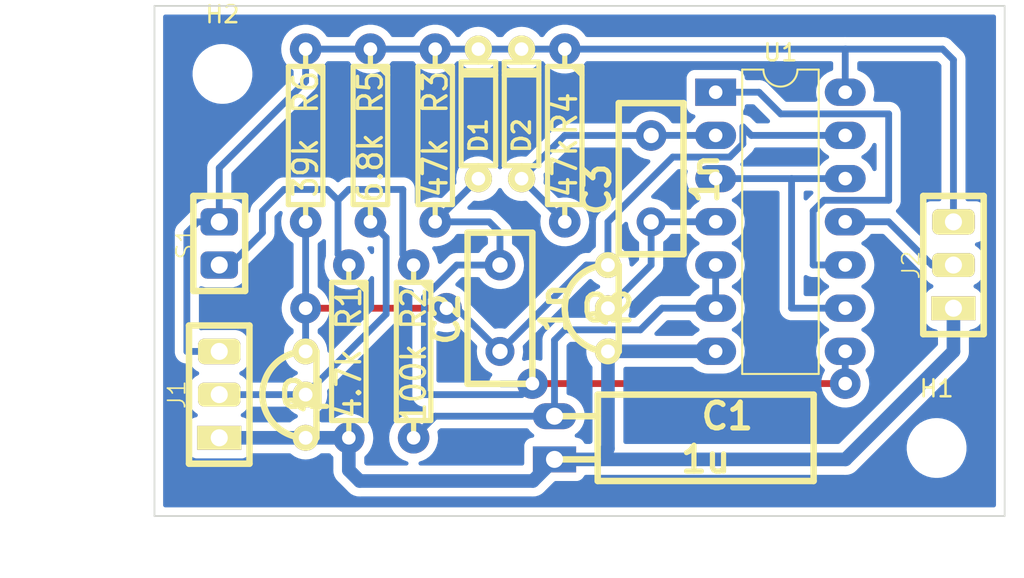
<source format=kicad_pcb>
(kicad_pcb (version 20211014) (generator pcbnew)
  (layers (0 "F.Cu" signal) (31 "B.Cu" signal) (34 "B.Paste" user) (35 "F.Paste" user) (36 "B.SilkS" user "B.Silkscreen") (37 "F.SilkS" user "F.Silkscreen") (38 "B.Mask" user) (39 "F.Mask" user) (44 "Edge.Cuts" user))
  (net 0 "")
  (net 1 "GND")
  (net 2 "Net-(C1-Pad2)")
  (net 3 "Net-(C2-Pad1)")
  (net 4 "Net-(C2-Pad2)")
  (net 5 "Net-(U1-Pad4)")
  (net 6 "+5V")
  (net 7 "Net-(J2-Pad2)")
  (net 8 "Net-(R1-Pad1)")
  (net 9 "Net-(J1-Pad2)")
  (net 10 "Net-(U1-Pad10)")
  (net 11 "Net-(U1-Pad3)")
  (net 12 "Net-(C3-Pad2)")
  (footprint "RG:C2-2" (layer "F.Cu") (at 29.21 10.16 90)
    (fp_text reference "C3" (at -0.635 -3.175 90) (layer "F.SilkS") (effects (font (size 1.524 1.524) (thickness 0.3048))))
    (fp_text value "1n" (at 0 3.175 90) (layer "F.SilkS") (effects (font (size 1.524 1.524) (thickness 0.3048))))
    (fp_line (start -4.445 -1.905) (end 4.445 -1.905) (layer "F.SilkS") (width 0.381))
    (fp_line (start 4.445 1.905) (end -4.445 1.905) (layer "F.SilkS") (width 0.381))
    (fp_line (start -4.445 1.905) (end -4.445 -1.905) (layer "F.SilkS") (width 0.381))
    (fp_line (start 4.445 -1.905) (end 4.445 1.905) (layer "F.SilkS") (width 0.381))
    (pad "1" thru_hole circle (at -2.54 0 90) (size 1.7 1.7) (drill 0.9) (layers *.Cu *.Mask) (net 5 "Net-(U1-Pad4)"))
    (pad "2" thru_hole circle (at 2.54 0 90) (size 1.8 1.8) (drill 0.9) (layers *.Cu *.Mask) (net 12 "Net-(C3-Pad2)"))
  )
  (footprint "RG:FETsgd_inline" (layer "F.Cu") (at 8.89 22.86 180)
    (fp_text reference "Q1" (at 0 0) (layer "F.SilkS") (effects (font (size 1.524 1.524) (thickness 0.3048))))
    (fp_text value "2N7000" hide)
    (fp_line (start -0.635 2.54) (end 0 2.54) (layer "F.SilkS") (width 0.381))
    (fp_line (start -0.635 -2.54) (end -0.635 2.54) (layer "F.SilkS") (width 0.381))
    (fp_line (start 0 -2.54) (end -0.635 -2.54) (layer "F.SilkS") (width 0.381))
    (fp_arc (start 0 -2.54) (mid 1.796051 -1.796051) (end 2.54 0) (layer "F.SilkS") (width 0.381))
    (fp_arc (start 2.54 0) (mid 1.796051 1.796051) (end 0 2.54) (layer "F.SilkS") (width 0.381))
    (pad "D" thru_hole circle locked (at 0 2.54 180) (size 1.524 1.524) (drill 0.8128) (layers *.Cu *.Mask "F.SilkS") (net 3 "Net-(C2-Pad1)"))
    (pad "G" thru_hole circle locked (at 0 0 180) (size 1.524 1.524) (drill 0.8128) (layers *.Cu *.Mask "F.SilkS") (net 9 "Net-(J1-Pad2)"))
    (pad "S" thru_hole circle locked (at 0 -2.54 180) (size 1.524 1.524) (drill 0.8128) (layers *.Cu *.Mask "F.SilkS") (net 1 "GND"))
  )
  (footprint "RG:R4-2" (layer "F.Cu") (at 15.24 20.32 -90)
    (fp_text reference "R2" (at -2.54 0 90) (layer "F.SilkS") (effects (font (size 1.397 1.27) (thickness 0.2032))))
    (fp_text value "100k" (at 1.905 0 90) (layer "F.SilkS") (effects (font (size 1.397 1.27) (thickness 0.2032))))
    (fp_line (start -4.064 1.016) (end -4.064 0) (layer "F.SilkS") (width 0.3048))
    (fp_line (start -4.064 -1.016) (end 4.064 -1.016) (layer "F.SilkS") (width 0.3048))
    (fp_line (start 5.08 0) (end 4.064 0) (layer "F.SilkS") (width 0.3048))
    (fp_line (start 4.064 1.016) (end -4.064 1.016) (layer "F.SilkS") (width 0.3048))
    (fp_line (start -5.08 0) (end -4.064 0) (layer "F.SilkS") (width 0.3048))
    (fp_line (start 4.064 -1.016) (end 4.064 1.016) (layer "F.SilkS") (width 0.3048))
    (fp_line (start -4.064 0) (end -4.064 -1.016) (layer "F.SilkS") (width 0.3048))
    (fp_line (start -4.064 -0.508) (end -3.556 -1.016) (layer "F.SilkS") (width 0.3048))
    (pad "1" thru_hole circle locked (at -5.08 0 270) (size 1.85 1.85) (drill 0.8) (layers *.Cu *.Mask) (net 8 "Net-(R1-Pad1)"))
    (pad "2" thru_hole circle locked (at 5.08 0 270) (size 1.85 1.85) (drill 0.8) (layers *.Cu *.Mask) (net 2 "Net-(C1-Pad2)"))
  )
  (footprint "MountingHole:MountingHole_2.5mm" (layer "F.Cu") (at 46 26)
    (fp_text reference "H1" (at 0 -3.5) (layer "F.SilkS"))
    (fp_text value "MountingHole")
    (pad "" np_thru_hole circle locked (at 0 0) (size 2.5 2.5) (drill 2.5) (layers *.Cu *.Mask))
  )
  (footprint "RG:Pins_2" (layer "F.Cu") (at 3.81 13.97 -90)
    (fp_text reference "S1" (at 0 2 90) (layer "F.SilkS") (effects (font (size 1.00076 1.00076) (thickness 0.09906))))
    (fp_text value "TASTER" hide)
    (fp_line (start 2.794 -1.524) (end 2.794 1.524) (layer "F.SilkS") (width 0.381))
    (fp_line (start 2.794 1.524) (end -2.794 1.524) (layer "F.SilkS") (width 0.381))
    (fp_line (start -2.794 -1.524) (end 2.794 -1.524) (layer "F.SilkS") (width 0.381))
    (fp_line (start -2.794 1.524) (end -2.794 -1.524) (layer "F.SilkS") (width 0.381))
    (pad "1" thru_hole roundrect (at -1.27 0 270) (size 1.6 2.2) (drill 1.00076) (layers *.Cu *.Mask) (net 6 "+5V"))
    (pad "2" thru_hole roundrect (at 1.27 0 270) (size 1.6 2.2) (drill 1.00076) (layers *.Cu *.Mask) (net 8 "Net-(R1-Pad1)"))
  )
  (footprint "MountingHole:MountingHole_2.5mm" (layer "F.Cu") (at 4 4)
    (fp_text reference "H2" (at 0 -3.5) (layer "F.SilkS"))
    (fp_text value "MountingHole")
    (pad "" np_thru_hole circle (at 0 0) (size 2.5 2.5) (drill 2.5) (layers *.Cu *.Mask))
  )
  (footprint "RG:DIP-14_W7.62mm_LongPads" (layer "F.Cu") (at 33.005 5.075)
    (fp_text reference "U1" (at 3.81 -2.33) (layer "F.SilkS"))
    (fp_text value "4093")
    (fp_line (start 1.56 -1.33) (end 1.56 16.57) (layer "F.SilkS") (width 0.12))
    (fp_line (start 6.06 -1.33) (end 4.81 -1.33) (layer "F.SilkS") (width 0.12))
    (fp_line (start 2.81 -1.33) (end 1.56 -1.33) (layer "F.SilkS") (width 0.12))
    (fp_line (start 1.56 16.57) (end 6.06 16.57) (layer "F.SilkS") (width 0.12))
    (fp_line (start 6.06 16.57) (end 6.06 -1.33) (layer "F.SilkS") (width 0.12))
    (fp_arc (start 4.81 -1.33) (mid 3.81 -0.33) (end 2.81 -1.33) (layer "F.SilkS") (width 0.12))
    (pad "1" thru_hole rect locked (at 0 0) (size 2.4 1.6) (drill 0.8) (layers *.Cu *.Mask) (net 10 "Net-(U1-Pad10)"))
    (pad "2" thru_hole oval locked (at 0 2.54) (size 2.4 1.6) (drill 0.8) (layers *.Cu *.Mask) (net 12 "Net-(C3-Pad2)"))
    (pad "3" thru_hole oval locked (at 0 5.08) (size 2.4 1.6) (drill 0.8) (layers *.Cu *.Mask) (net 11 "Net-(U1-Pad3)"))
    (pad "4" thru_hole oval locked (at 0 7.62) (size 2.4 1.6) (drill 0.8) (layers *.Cu *.Mask) (net 5 "Net-(U1-Pad4)"))
    (pad "5" thru_hole oval locked (at 0 10.16) (size 2.4 1.6) (drill 0.8) (layers *.Cu *.Mask) (net 2 "Net-(C1-Pad2)"))
    (pad "6" thru_hole oval locked (at 0 12.7) (size 2.4 1.6) (drill 0.8) (layers *.Cu *.Mask) (net 2 "Net-(C1-Pad2)"))
    (pad "7" thru_hole oval locked (at 0 15.24) (size 2.4 1.6) (drill 0.8) (layers *.Cu *.Mask) (net 1 "GND"))
    (pad "8" thru_hole oval locked (at 7.62 15.24) (size 2.4 1.6) (drill 0.8) (layers *.Cu *.Mask) (net 4 "Net-(C2-Pad2)"))
    (pad "9" thru_hole oval locked (at 7.62 12.7) (size 2.4 1.6) (drill 0.8) (layers *.Cu *.Mask) (net 11 "Net-(U1-Pad3)"))
    (pad "10" thru_hole oval locked (at 7.62 10.16) (size 2.4 1.6) (drill 0.8) (layers *.Cu *.Mask) (net 10 "Net-(U1-Pad10)"))
    (pad "11" thru_hole oval locked (at 7.62 7.62) (size 2.4 1.6) (drill 0.8) (layers *.Cu *.Mask) (net 7 "Net-(J2-Pad2)"))
    (pad "12" thru_hole oval locked (at 7.62 5.08) (size 2.4 1.6) (drill 0.8) (layers *.Cu *.Mask) (net 11 "Net-(U1-Pad3)"))
    (pad "13" thru_hole oval locked (at 7.62 2.54) (size 2.4 1.6) (drill 0.8) (layers *.Cu *.Mask) (net 3 "Net-(C2-Pad1)"))
    (pad "14" thru_hole oval locked (at 7.62 0) (size 2.4 1.6) (drill 0.8) (layers *.Cu *.Mask) (net 6 "+5V"))
  )
  (footprint "RG:Pins_3" (layer "F.Cu") (at 3.81 22.86 -90)
    (fp_text reference "J1" (at 0 2.5 90) (layer "F.SilkS") (effects (font (size 1.00076 1.00076) (thickness 0.09906))))
    (fp_text value "Conn_01x03_Male" hide)
    (fp_line (start 4.064 -1.778) (end 4.064 1.778) (layer "F.SilkS") (width 0.381))
    (fp_line (start -4.064 1.778) (end -4.064 -1.778) (layer "F.SilkS") (width 0.381))
    (fp_line (start 4.064 1.778) (end -4.064 1.778) (layer "F.SilkS") (width 0.381))
    (fp_line (start -4.064 -1.778) (end 4.064 -1.778) (layer "F.SilkS") (width 0.381))
    (pad "1" thru_hole roundrect locked (at -2.54 0 270) (size 1.5 2.5) (drill 1.00076) (layers *.Cu *.Mask "F.SilkS") (net 6 "+5V"))
    (pad "2" thru_hole roundrect locked (at 0 0 270) (size 1.4 2.5) (drill 1.00076) (layers *.Cu *.Mask "F.SilkS") (net 9 "Net-(J1-Pad2)"))
    (pad "3" thru_hole rect locked (at 2.54 0 270) (size 1.4 2.6) (drill 1.00076) (layers *.Cu *.Mask "F.SilkS") (net 1 "GND"))
  )
  (footprint "RG:R4-2" (layer "F.Cu") (at 24.13 7.62 -90)
    (fp_text reference "R4" (at -1.275 0 -90) (layer "F.SilkS") (effects (font (size 1.397 1.27) (thickness 0.2032))))
    (fp_text value "47k" (at 1.905 0 -90) (layer "F.SilkS") (effects (font (size 1.397 1.27) (thickness 0.2032))))
    (fp_line (start -4.064 1.016) (end -4.064 0) (layer "F.SilkS") (width 0.3048))
    (fp_line (start 4.064 1.016) (end -4.064 1.016) (layer "F.SilkS") (width 0.3048))
    (fp_line (start -5.08 0) (end -4.064 0) (layer "F.SilkS") (width 0.3048))
    (fp_line (start -4.064 -0.508) (end -3.556 -1.016) (layer "F.SilkS") (width 0.3048))
    (fp_line (start -4.064 -1.016) (end 4.064 -1.016) (layer "F.SilkS") (width 0.3048))
    (fp_line (start 5.08 0) (end 4.064 0) (layer "F.SilkS") (width 0.3048))
    (fp_line (start 4.064 -1.016) (end 4.064 1.016) (layer "F.SilkS") (width 0.3048))
    (fp_line (start -4.064 0) (end -4.064 -1.016) (layer "F.SilkS") (width 0.3048))
    (pad "1" thru_hole circle locked (at -5.08 0 270) (size 1.85 1.85) (drill 0.8) (layers *.Cu *.Mask) (net 6 "+5V"))
    (pad "2" thru_hole circle locked (at 5.08 0 270) (size 1.85 1.85) (drill 0.8) (layers *.Cu *.Mask) (net 12 "Net-(C3-Pad2)"))
  )
  (footprint "RG:D3" (layer "F.Cu") (at 19.05 7.62 90)
    (fp_text reference "D1" (at 0 0 90) (layer "F.SilkS") (effects (font (size 1.016 1.016) (thickness 0.2032))))
    (fp_text value "1N914" hide)
    (fp_line (start -1.778 -1.016) (end -1.778 0) (layer "F.SilkS") (width 0.3048))
    (fp_line (start 4.318 -1.016) (end -1.778 -1.016) (layer "F.SilkS") (width 0.3048))
    (fp_line (start 4.318 0) (end 4.318 -1.016) (layer "F.SilkS") (width 0.3048))
    (fp_line (start 3.81 -1.016) (end 3.81 1.016) (layer "F.SilkS") (width 0.3048))
    (fp_line (start 5.08 0) (end 4.318 0) (layer "F.SilkS") (width 0.3048))
    (fp_line (start -1.778 0) (end -2.54 0) (layer "F.SilkS") (width 0.3048))
    (fp_line (start 4.318 1.016) (end 4.318 0) (layer "F.SilkS") (width 0.3048))
    (fp_line (start -1.778 0) (end -1.778 1.016) (layer "F.SilkS") (width 0.3048))
    (fp_line (start 3.556 1.016) (end 3.556 -1.016) (layer "F.SilkS") (width 0.3048))
    (fp_line (start -1.778 1.016) (end 4.318 1.016) (layer "F.SilkS") (width 0.3048))
    (pad "1" thru_hole circle locked (at 5.08 0 90) (size 1.6 1.6) (drill 0.8) (layers *.Cu *.Mask "F.SilkS") (net 6 "+5V"))
    (pad "2" thru_hole circle locked (at -2.54 0 90) (size 1.6 1.6) (drill 0.8) (layers *.Cu *.Mask "F.SilkS") (net 4 "Net-(C2-Pad2)"))
  )
  (footprint "RG:FETsgd_inline" (layer "F.Cu") (at 26.67 17.78 180)
    (fp_text reference "Q2" (at 0 0) (layer "F.SilkS") (effects (font (size 1.524 1.524) (thickness 0.3048))))
    (fp_text value "2N7000" hide)
    (fp_line (start 0 -2.54) (end -0.635 -2.54) (layer "F.SilkS") (width 0.381))
    (fp_line (start -0.635 2.54) (end 0 2.54) (layer "F.SilkS") (width 0.381))
    (fp_line (start -0.635 -2.54) (end -0.635 2.54) (layer "F.SilkS") (width 0.381))
    (fp_arc (start 2.54 0) (mid 1.796051 1.796051) (end 0 2.54) (layer "F.SilkS") (width 0.381))
    (fp_arc (start 0 -2.54) (mid 1.796051 -1.796051) (end 2.54 0) (layer "F.SilkS") (width 0.381))
    (pad "D" thru_hole circle locked (at 0 2.54 180) (size 1.524 1.524) (drill 0.8128) (layers *.Cu *.Mask "F.SilkS") (net 3 "Net-(C2-Pad1)"))
    (pad "G" thru_hole circle locked (at 0 0 180) (size 1.524 1.524) (drill 0.8128) (layers *.Cu *.Mask "F.SilkS") (net 5 "Net-(U1-Pad4)"))
    (pad "S" thru_hole circle locked (at 0 -2.54 180) (size 1.524 1.524) (drill 0.8128) (layers *.Cu *.Mask "F.SilkS") (net 1 "GND"))
  )
  (footprint "RG:C2-2_liegend" (layer "F.Cu") (at 23.52675 25.4)
    (fp_text reference "C1" (at 10.16 -1.27) (layer "F.SilkS") (effects (font (size 1.524 1.524) (thickness 0.3048))))
    (fp_text value "1u" (at 8.89 1.27) (layer "F.SilkS") (effects (font (size 1.524 1.524) (thickness 0.3048))))
    (fp_line (start 0 1.27) (end 2.54 1.27) (layer "F.SilkS") (width 0.381))
    (fp_line (start 2.54 2.54) (end 15.24 2.54) (layer "F.SilkS") (width 0.381))
    (fp_line (start 2.54 -2.54) (end 2.54 2.54) (layer "F.SilkS") (width 0.381))
    (fp_line (start 15.24 2.54) (end 15.24 -2.54) (layer "F.SilkS") (width 0.381))
    (fp_line (start 15.24 -2.54) (end 2.54 -2.54) (layer "F.SilkS") (width 0.381))
    (fp_line (start 0 -1.27) (end 2.54 -1.27) (layer "F.SilkS") (width 0.381))
    (pad "1" thru_hole rect (at 0 1.27) (size 2.54 1.524) (drill 1) (layers *.Cu *.Mask) (net 1 "GND"))
    (pad "2" thru_hole oval (at 0 -1.27) (size 2.54 1.524) (drill 1) (layers *.Cu *.Mask) (net 2 "Net-(C1-Pad2)"))
  )
  (footprint "RG:C2-2" (layer "F.Cu") (at 20.32 17.78 90)
    (fp_text reference "C2" (at -0.635 -3.175 90) (layer "F.SilkS") (effects (font (size 1.524 1.524) (thickness 0.3048))))
    (fp_text value "1n" (at 0 3.175 90) (layer "F.SilkS") (effects (font (size 1.524 1.524) (thickness 0.3048))))
    (fp_line (start -4.445 -1.905) (end 4.445 -1.905) (layer "F.SilkS") (width 0.381))
    (fp_line (start 4.445 -1.905) (end 4.445 1.905) (layer "F.SilkS") (width 0.381))
    (fp_line (start 4.445 1.905) (end -4.445 1.905) (layer "F.SilkS") (width 0.381))
    (fp_line (start -4.445 1.905) (end -4.445 -1.905) (layer "F.SilkS") (width 0.381))
    (pad "1" thru_hole circle (at -2.54 0 90) (size 1.7 1.7) (drill 0.9) (layers *.Cu *.Mask) (net 3 "Net-(C2-Pad1)"))
    (pad "2" thru_hole circle (at 2.54 0 90) (size 1.8 1.8) (drill 0.9) (layers *.Cu *.Mask) (net 4 "Net-(C2-Pad2)"))
  )
  (footprint "RG:D3" (layer "F.Cu") (at 21.59 7.62 90)
    (fp_text reference "D2" (at 0 0 90) (layer "F.SilkS") (effects (font (size 1.016 1.016) (thickness 0.2032))))
    (fp_text value "1u" hide)
    (fp_line (start 5.08 0) (end 4.318 0) (layer "F.SilkS") (width 0.3048))
    (fp_line (start 3.556 1.016) (end 3.556 -1.016) (layer "F.SilkS") (width 0.3048))
    (fp_line (start 4.318 0) (end 4.318 -1.016) (layer "F.SilkS") (width 0.3048))
    (fp_line (start 3.81 -1.016) (end 3.81 1.016) (layer "F.SilkS") (width 0.3048))
    (fp_line (start 4.318 1.016) (end 4.318 0) (layer "F.SilkS") (width 0.3048))
    (fp_line (start -1.778 1.016) (end 4.318 1.016) (layer "F.SilkS") (width 0.3048))
    (fp_line (start -1.778 0) (end -1.778 1.016) (layer "F.SilkS") (width 0.3048))
    (fp_line (start -1.778 0) (end -2.54 0) (layer "F.SilkS") (width 0.3048))
    (fp_line (start 4.318 -1.016) (end -1.778 -1.016) (layer "F.SilkS") (width 0.3048))
    (fp_line (start -1.778 -1.016) (end -1.778 0) (layer "F.SilkS") (width 0.3048))
    (pad "1" thru_hole circle locked (at 5.08 0 90) (size 1.6 1.6) (drill 0.8) (layers *.Cu *.Mask "F.SilkS") (net 6 "+5V"))
    (pad "2" thru_hole circle locked (at -2.54 0 90) (size 1.6 1.6) (drill 0.8) (layers *.Cu *.Mask "F.SilkS") (net 12 "Net-(C3-Pad2)"))
  )
  (footprint "RG:R4-2" (layer "F.Cu") (at 12.7 7.62 -90)
    (fp_text reference "R5" (at -2.54 0 90) (layer "F.SilkS") (effects (font (size 1.397 1.27) (thickness 0.2032))))
    (fp_text value "6.8k" (at 1.905 0 90) (layer "F.SilkS") (effects (font (size 1.397 1.27) (thickness 0.2032))))
    (fp_line (start 5.08 0) (end 4.064 0) (layer "F.SilkS") (width 0.3048))
    (fp_line (start 4.064 1.016) (end -4.064 1.016) (layer "F.SilkS") (width 0.3048))
    (fp_line (start -4.064 -1.016) (end 4.064 -1.016) (layer "F.SilkS") (width 0.3048))
    (fp_line (start 4.064 -1.016) (end 4.064 1.016) (layer "F.SilkS") (width 0.3048))
    (fp_line (start -4.064 0) (end -4.064 -1.016) (layer "F.SilkS") (width 0.3048))
    (fp_line (start -4.064 1.016) (end -4.064 0) (layer "F.SilkS") (width 0.3048))
    (fp_line (start -5.08 0) (end -4.064 0) (layer "F.SilkS") (width 0.3048))
    (fp_line (start -4.064 -0.508) (end -3.556 -1.016) (layer "F.SilkS") (width 0.3048))
    (pad "1" thru_hole circle locked (at -5.08 0 270) (size 1.85 1.85) (drill 0.8) (layers *.Cu *.Mask) (net 6 "+5V"))
    (pad "2" thru_hole circle locked (at 5.08 0 270) (size 1.85 1.85) (drill 0.8) (layers *.Cu *.Mask) (net 9 "Net-(J1-Pad2)"))
  )
  (footprint "RG:R4-2" (layer "F.Cu") (at 11.43 20.32 -90)
    (fp_text reference "R1" (at -2.54 0 90) (layer "F.SilkS") (effects (font (size 1.397 1.27) (thickness 0.2032))))
    (fp_text value "4.7k" (at 1.905 0 90) (layer "F.SilkS") (effects (font (size 1.397 1.27) (thickness 0.2032))))
    (fp_line (start -4.064 0) (end -4.064 -1.016) (layer "F.SilkS") (width 0.3048))
    (fp_line (start -5.08 0) (end -4.064 0) (layer "F.SilkS") (width 0.3048))
    (fp_line (start 4.064 1.016) (end -4.064 1.016) (layer "F.SilkS") (width 0.3048))
    (fp_line (start -4.064 -0.508) (end -3.556 -1.016) (layer "F.SilkS") (width 0.3048))
    (fp_line (start 5.08 0) (end 4.064 0) (layer "F.SilkS") (width 0.3048))
    (fp_line (start 4.064 -1.016) (end 4.064 1.016) (layer "F.SilkS") (width 0.3048))
    (fp_line (start -4.064 -1.016) (end 4.064 -1.016) (layer "F.SilkS") (width 0.3048))
    (fp_line (start -4.064 1.016) (end -4.064 0) (layer "F.SilkS") (width 0.3048))
    (pad "1" thru_hole circle locked (at -5.08 0 270) (size 1.85 1.85) (drill 0.8) (layers *.Cu *.Mask) (net 8 "Net-(R1-Pad1)"))
    (pad "2" thru_hole circle locked (at 5.08 0 270) (size 1.85 1.85) (drill 0.8) (layers *.Cu *.Mask) (net 1 "GND"))
  )
  (footprint "RG:Pins_3" (layer "F.Cu") (at 46.99 15.24 -90)
    (fp_text reference "J2" (at 0 2.5 90) (layer "F.SilkS") (effects (font (size 1.00076 1.00076) (thickness 0.09906))))
    (fp_text value "Conn_01x03_Male" hide)
    (fp_line (start 4.064 1.778) (end -4.064 1.778) (layer "F.SilkS") (width 0.381))
    (fp_line (start 4.064 -1.778) (end 4.064 1.778) (layer "F.SilkS") (width 0.381))
    (fp_line (start -4.064 1.778) (end -4.064 -1.778) (layer "F.SilkS") (width 0.381))
    (fp_line (start -4.064 -1.778) (end 4.064 -1.778) (layer "F.SilkS") (width 0.381))
    (pad "1" thru_hole roundrect locked (at -2.54 0 270) (size 1.5 2.5) (drill 1.00076) (layers *.Cu *.Mask "F.SilkS") (net 6 "+5V"))
    (pad "2" thru_hole roundrect locked (at 0 0 270) (size 1.4 2.5) (drill 1.00076) (layers *.Cu *.Mask "F.SilkS") (net 7 "Net-(J2-Pad2)"))
    (pad "3" thru_hole rect locked (at 2.54 0 270) (size 1.4 2.6) (drill 1.00076) (layers *.Cu *.Mask "F.SilkS") (net 1 "GND"))
  )
  (footprint "RG:R4-2" (layer "F.Cu") (at 8.89 7.62 -90)
    (fp_text reference "R6" (at -2.54 0 90) (layer "F.SilkS") (effects (font (size 1.397 1.27) (thickness 0.2032))))
    (fp_text value "39k" (at 1.905 0 90) (layer "F.SilkS") (effects (font (size 1.397 1.27) (thickness 0.2032))))
    (fp_line (start 5.08 0) (end 4.064 0) (layer "F.SilkS") (width 0.3048))
    (fp_line (start -4.064 -0.508) (end -3.556 -1.016) (layer "F.SilkS") (width 0.3048))
    (fp_line (start -4.064 1.016) (end -4.064 0) (layer "F.SilkS") (width 0.3048))
    (fp_line (start 4.064 -1.016) (end 4.064 1.016) (layer "F.SilkS") (width 0.3048))
    (fp_line (start -4.064 0) (end -4.064 -1.016) (layer "F.SilkS") (width 0.3048))
    (fp_line (start -4.064 -1.016) (end 4.064 -1.016) (layer "F.SilkS") (width 0.3048))
    (fp_line (start 4.064 1.016) (end -4.064 1.016) (layer "F.SilkS") (width 0.3048))
    (fp_line (start -5.08 0) (end -4.064 0) (layer "F.SilkS") (width 0.3048))
    (pad "1" thru_hole circle locked (at -5.08 0 270) (size 1.85 1.85) (drill 0.8) (layers *.Cu *.Mask) (net 6 "+5V"))
    (pad "2" thru_hole circle locked (at 5.08 0 270) (size 1.85 1.85) (drill 0.8) (layers *.Cu *.Mask) (net 3 "Net-(C2-Pad1)"))
  )
  (footprint "RG:R4-2" (layer "F.Cu") (at 16.51 7.62 -90)
    (fp_text reference "R3" (at -2.54 0 90) (layer "F.SilkS") (effects (font (size 1.397 1.27) (thickness 0.2032))))
    (fp_text value "47k" (at 1.905 0 90) (layer "F.SilkS") (effects (font (size 1.397 1.27) (thickness 0.2032))))
    (fp_line (start -5.08 0) (end -4.064 0) (layer "F.SilkS") (width 0.3048))
    (fp_line (start 5.08 0) (end 4.064 0) (layer "F.SilkS") (width 0.3048))
    (fp_line (start -4.064 -1.016) (end 4.064 -1.016) (layer "F.SilkS") (width 0.3048))
    (fp_line (start 4.064 -1.016) (end 4.064 1.016) (layer "F.SilkS") (width 0.3048))
    (fp_line (start 4.064 1.016) (end -4.064 1.016) (layer "F.SilkS") (width 0.3048))
    (fp_line (start -4.064 0) (end -4.064 -1.016) (layer "F.SilkS") (width 0.3048))
    (fp_line (start -4.064 1.016) (end -4.064 0) (layer "F.SilkS") (width 0.3048))
    (fp_line (start -4.064 -0.508) (end -3.556 -1.016) (layer "F.SilkS") (width 0.3048))
    (pad "1" thru_hole circle locked (at -5.08 0 270) (size 1.85 1.85) (drill 0.8) (layers *.Cu *.Mask) (net 6 "+5V"))
    (pad "2" thru_hole circle locked (at 5.08 0 270) (size 1.85 1.85) (drill 0.8) (layers *.Cu *.Mask) (net 4 "Net-(C2-Pad2)"))
  )
  (gr_line (start 50 0) (end 50 30) (layer "Edge.Cuts") (width 0.1))
  (gr_line (start 0 30) (end 0 0) (layer "Edge.Cuts") (width 0.1))
  (gr_line (start 0 0) (end 50 0) (layer "Edge.Cuts") (width 0.1))
  (gr_line (start 50 30) (end 0 30) (layer "Edge.Cuts") (width 0.1))
  (segment (start 3.81 25.4) (end 11.43 25.4) (width 0.8) (layer "B.Cu") (net 1))
  (segment (start 40.64 26.67) (end 46.99 20.32) (width 0.8) (layer "B.Cu") (net 1))
  (segment (start 23.52675 26.67) (end 26.035 26.67) (width 0.8) (layer "B.Cu") (net 1))
  (segment (start 26.67 26.035) (end 26.035 26.67) (width 0.8) (layer "B.Cu") (net 1))
  (segment (start 12.065 27.94) (end 22.25675 27.94) (width 0.8) (layer "B.Cu") (net 1))
  (segment (start 22.25675 27.94) (end 23.52675 26.67) (width 0.8) (layer "B.Cu") (net 1))
  (segment (start 26.675 20.315) (end 26.67 20.32) (width 0.8) (layer "B.Cu") (net 1))
  (segment (start 11.43 27.305) (end 12.065 27.94) (width 0.8) (layer "B.Cu") (net 1))
  (segment (start 26.67 20.32) (end 26.67 26.035) (width 0.8) (layer "B.Cu") (net 1))
  (segment (start 11.43 25.4) (end 11.43 27.305) (width 0.8) (layer "B.Cu") (net 1))
  (segment (start 26.035 26.67) (end 40.64 26.67) (width 0.8) (layer "B.Cu") (net 1))
  (segment (start 46.99 20.32) (end 46.99 17.78) (width 0.8) (layer "B.Cu") (net 1))
  (segment (start 33.005 20.315) (end 26.675 20.315) (width 0.8) (layer "B.Cu") (net 1))
  (segment (start 33.005 15.235) (end 33.005 17.775) (width 0.4) (layer "B.Cu") (net 2))
  (segment (start 15.24 25.4) (end 16.51 24.13) (width 0.4) (layer "B.Cu") (net 2))
  (segment (start 28.575 19.05) (end 24.13 19.05) (width 0.4) (layer "B.Cu") (net 2))
  (segment (start 29.85 17.775) (end 28.575 19.05) (width 0.4) (layer "B.Cu") (net 2))
  (segment (start 23.52675 19.65325) (end 23.52675 24.13) (width 0.4) (layer "B.Cu") (net 2))
  (segment (start 16.51 24.13) (end 23.52675 24.13) (width 0.4) (layer "B.Cu") (net 2))
  (segment (start 33.005 17.775) (end 29.85 17.775) (width 0.4) (layer "B.Cu") (net 2))
  (segment (start 24.13 19.05) (end 23.52675 19.65325) (width 0.4) (layer "B.Cu") (net 2))
  (segment (start 8.89 17.78) (end 17.145 17.78) (width 0.4) (layer "F.Cu") (net 3))
  (via (at 17.1745 17.78) (size 1.8) (drill 0.8) (layers "F.Cu" "B.Cu") (net 3))
  (via (at 8.89 17.78) (size 1.8) (drill 0.8) (layers "F.Cu" "B.Cu") (net 3))
  (segment (start 8.89 20.32) (end 8.89 17.78) (width 0.4) (layer "B.Cu") (net 3))
  (segment (start 35.102056 7.615) (end 34.605 7.117944) (width 0.4) (layer "B.Cu") (net 3))
  (segment (start 17.78 17.78) (end 17.1745 17.78) (width 0.4) (layer "B.Cu") (net 3))
  (segment (start 20.32 20.32) (end 17.78 17.78) (width 0.4) (layer "B.Cu") (net 3))
  (segment (start 40.625 7.615) (end 35.102056 7.615) (width 0.4) (layer "B.Cu") (net 3))
  (segment (start 34.605 8.112056) (end 33.827056 8.89) (width 0.4) (layer "B.Cu") (net 3))
  (segment (start 8.89 17.78) (end 8.89 12.7) (width 0.4) (layer "B.Cu") (net 3))
  (segment (start 25.4 15.24) (end 20.32 20.32) (width 0.4) (layer "B.Cu") (net 3))
  (segment (start 26.67 15.24) (end 25.4 15.24) (width 0.4) (layer "B.Cu") (net 3))
  (segment (start 34.605 7.117944) (end 34.605 8.112056) (width 0.4) (layer "B.Cu") (net 3))
  (segment (start 26.67 12.7) (end 26.67 15.24) (width 0.4) (layer "B.Cu") (net 3))
  (segment (start 33.827056 8.89) (end 30.48 8.89) (width 0.4) (layer "B.Cu") (net 3))
  (segment (start 30.48 8.89) (end 26.67 12.7) (width 0.4) (layer "B.Cu") (net 3))
  (segment (start 40.625 22.21) (end 22.22725 22.21) (width 0.4) (layer "F.Cu") (net 4))
  (via (at 22.22725 22.21) (size 1.8) (drill 0.8) (layers "F.Cu" "B.Cu") (net 4))
  (via (at 40.625 22.21) (size 1.8) (drill 0.8) (layers "F.Cu" "B.Cu") (net 4))
  (segment (start 16.51 12.7) (end 19.685 12.7) (width 0.4) (layer "B.Cu") (net 4))
  (segment (start 40.64 22.225) (end 40.625 22.21) (width 0.4) (layer "B.Cu") (net 4))
  (segment (start 17.78 15.24) (end 20.32 15.24) (width 0.4) (layer "B.Cu") (net 4))
  (segment (start 15.875 17.145) (end 17.78 15.24) (width 0.4) (layer "B.Cu") (net 4))
  (segment (start 19.685 12.7) (end 20.32 13.335) (width 0.4) (layer "B.Cu") (net 4))
  (segment (start 22.225 22.225) (end 21.59 22.86) (width 0.4) (layer "B.Cu") (net 4))
  (segment (start 15.875 22.86) (end 15.875 17.145) (width 0.4) (layer "B.Cu") (net 4))
  (segment (start 40.625 20.315) (end 40.625 22.21) (width 0.4) (layer "B.Cu") (net 4))
  (segment (start 20.32 13.335) (end 20.32 15.24) (width 0.4) (layer "B.Cu") (net 4))
  (segment (start 22.225 22.225) (end 20.387228 22.225) (width 0.4) (layer "B.Cu") (net 4))
  (segment (start 21.59 22.86) (end 15.875 22.86) (width 0.4) (layer "B.Cu") (net 4))
  (segment (start 19.05 10.16) (end 16.51 12.7) (width 0.4) (layer "B.Cu") (net 4))
  (segment (start 26.67 17.78) (end 29.21 15.24) (width 0.4) (layer "B.Cu") (net 5))
  (segment (start 29.215 12.695) (end 29.21 12.7) (width 0.4) (layer "B.Cu") (net 5))
  (segment (start 29.21 15.24) (end 29.21 12.7) (width 0.4) (layer "B.Cu") (net 5))
  (segment (start 33.005 12.695) (end 29.215 12.695) (width 0.4) (layer "B.Cu") (net 5))
  (segment (start 2.54 12.7) (end 3.81 12.7) (width 0.4) (layer "B.Cu") (net 6))
  (segment (start 46.355 2.54) (end 46.99 3.175) (width 0.4) (layer "B.Cu") (net 6))
  (segment (start 46.99 3.175) (end 46.99 12.7) (width 0.4) (layer "B.Cu") (net 6))
  (segment (start 8.89 4.445) (end 3.81 9.525) (width 0.4) (layer "B.Cu") (net 6))
  (segment (start 24.13 2.54) (end 40.64 2.54) (width 0.4) (layer "B.Cu") (net 6))
  (segment (start 1.905 20.32) (end 1.905 13.335) (width 0.4) (layer "B.Cu") (net 6))
  (segment (start 3.81 20.32) (end 1.905 20.32) (width 0.4) (layer "B.Cu") (net 6))
  (segment (start 40.64 2.54) (end 46.355 2.54) (width 0.4) (layer "B.Cu") (net 6))
  (segment (start 8.89 2.54) (end 24.13 2.54) (width 0.4) (layer "B.Cu") (net 6))
  (segment (start 8.89 2.54) (end 8.89 4.445) (width 0.4) (layer "B.Cu") (net 6))
  (segment (start 1.905 13.335) (end 2.54 12.7) (width 0.4) (layer "B.Cu") (net 6))
  (segment (start 40.625 2.555) (end 40.625 5.075) (width 0.4) (layer "B.Cu") (net 6))
  (segment (start 3.81 9.525) (end 3.81 12.7) (width 0.4) (layer "B.Cu") (net 6))
  (segment (start 40.64 2.54) (end 40.625 2.555) (width 0.4) (layer "B.Cu") (net 6))
  (segment (start 40.625 12.695) (end 43.175 12.695) (width 0.4) (layer "B.Cu") (net 7))
  (segment (start 43.175 12.695) (end 45.72 15.24) (width 0.4) (layer "B.Cu") (net 7))
  (segment (start 11.43 10.795) (end 14.605 10.795) (width 0.4) (layer "B.Cu") (net 8))
  (segment (start 10.795 14.605) (end 10.795 11.43) (width 0.4) (layer "B.Cu") (net 8))
  (segment (start 4.445 15.24) (end 3.81 15.24) (width 0.4) (layer "B.Cu") (net 8))
  (segment (start 11.43 15.24) (end 10.795 14.605) (width 0.4) (layer "B.Cu") (net 8))
  (segment (start 10.795 11.43) (end 11.43 10.795) (width 0.4) (layer "B.Cu") (net 8))
  (segment (start 6.35 13.335) (end 4.445 15.24) (width 0.4) (layer "B.Cu") (net 8))
  (segment (start 15.24 15.24) (end 14.605 14.605) (width 0.4) (layer "B.Cu") (net 8))
  (segment (start 7.62 10.795) (end 6.35 12.065) (width 0.4) (layer "B.Cu") (net 8))
  (segment (start 10.16 10.795) (end 7.62 10.795) (width 0.4) (layer "B.Cu") (net 8))
  (segment (start 6.35 12.065) (end 6.35 13.335) (width 0.4) (layer "B.Cu") (net 8))
  (segment (start 14.605 14.605) (end 14.605 10.795) (width 0.4) (layer "B.Cu") (net 8))
  (segment (start 10.795 11.43) (end 10.16 10.795) (width 0.4) (layer "B.Cu") (net 8))
  (segment (start 8.89 22.86) (end 13.625 18.125) (width 0.4) (layer "B.Cu") (net 9))
  (segment (start 13.625 13.625) (end 12.7 12.7) (width 0.4) (layer "B.Cu") (net 9))
  (segment (start 3.81 22.86) (end 8.89 22.86) (width 0.4) (layer "B.Cu") (net 9))
  (segment (start 13.625 18.125) (end 13.625 13.625) (width 0.4) (layer "B.Cu") (net 9))
  (segment (start 36.83 6.35) (end 35.555 5.075) (width 0.4) (layer "B.Cu") (net 10))
  (segment (start 43.18 6.35) (end 36.83 6.35) (width 0.4) (layer "B.Cu") (net 10))
  (segment (start 40.625 15.235) (end 38.74 15.235) (width 0.4) (layer "B.Cu") (net 10))
  (segment (start 35.555 5.075) (end 33.005 5.075) (width 0.4) (layer "B.Cu") (net 10))
  (segment (start 38.74 12.06) (end 39.37 11.43) (width 0.4) (layer "B.Cu") (net 10))
  (segment (start 39.37 11.43) (end 43.18 11.43) (width 0.4) (layer "B.Cu") (net 10))
  (segment (start 38.74 15.235) (end 38.74 12.06) (width 0.4) (layer "B.Cu") (net 10))
  (segment (start 43.18 11.43) (end 43.18 6.35) (width 0.4) (layer "B.Cu") (net 10))
  (segment (start 40.625 10.155) (end 37.47 10.155) (width 0.4) (layer "B.Cu") (net 11))
  (segment (start 40.625 17.775) (end 37.47 17.775) (width 0.4) (layer "B.Cu") (net 11))
  (segment (start 37.47 17.775) (end 37.47 10.155) (width 0.4) (layer "B.Cu") (net 11))
  (segment (start 37.47 10.155) (end 33.005 10.155) (width 0.4) (layer "B.Cu") (net 11))
  (segment (start 29.215 7.615) (end 29.21 7.62) (width 0.4) (layer "B.Cu") (net 12))
  (segment (start 24.13 7.62) (end 21.59 10.16) (width 0.4) (layer "B.Cu") (net 12))
  (segment (start 29.21 7.62) (end 24.13 7.62) (width 0.4) (layer "B.Cu") (net 12))
  (segment (start 24.13 12.7) (end 21.59 10.16) (width 0.4) (layer "B.Cu") (net 12))
  (segment (start 33.005 7.615) (end 29.215 7.615) (width 0.4) (layer "B.Cu") (net 12))
  (zone (net 0) (net_name "") (layer "B.Cu") (connect_pads (clearance 0.508)) (min_thickness 0.254) (fill yes (thermal_gap 0.508) (thermal_bridge_width 0.508))
    (polygon (pts (xy 50 30) (xy 0 30) (xy 0 0) (xy 50 0)))
  )
)
</source>
